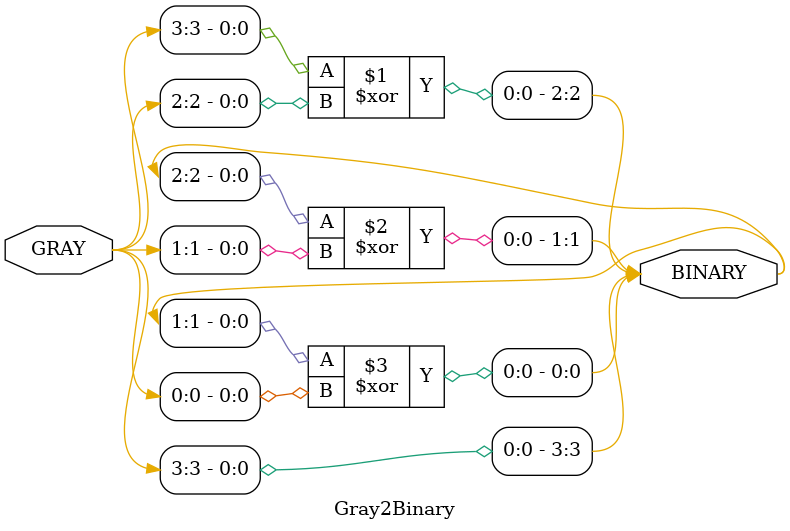
<source format=v>
`ifndef __TESTDRIVE_GRAY_2_BINARY_V__
`define __TESTDRIVE_GRAY_2_BINARY_V__
`timescale 1ns/1ns

module Gray2Binary #(
	parameter	WIDTH				= 4
)(
	// system signals
	input	[(WIDTH-1):0]			GRAY,
	output	[(WIDTH-1):0]			BINARY

);
// synopsys template

// register definition & assignment ------------------------------------------
assign	BINARY[(WIDTH-1)]	= GRAY[(WIDTH-1)];

genvar i;
generate
for(i=(WIDTH-2);i>=0;i=i-1) begin
	assign	BINARY[i]	= BINARY[i+1] ^ GRAY[i];
end
endgenerate

// implementation ------------------------------------------------------------

endmodule

`endif//__TESTDRIVE_GRAY_2_BINARY_V__

</source>
